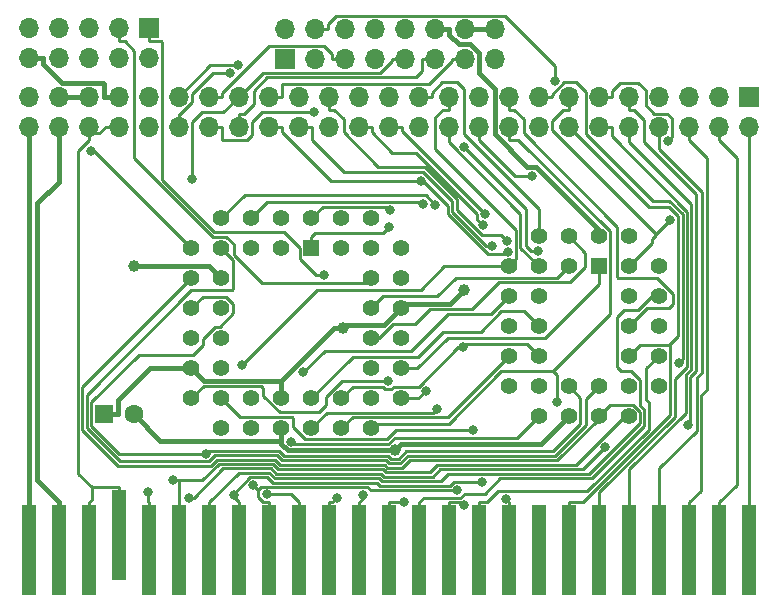
<source format=gbr>
G04 #@! TF.GenerationSoftware,KiCad,Pcbnew,5.1.5+dfsg1-2build2*
G04 #@! TF.CreationDate,2021-12-26T10:41:42+01:00*
G04 #@! TF.ProjectId,MSX USB Drive,4d535820-5553-4422-9044-726976652e6b,rev?*
G04 #@! TF.SameCoordinates,Original*
G04 #@! TF.FileFunction,Copper,L1,Top*
G04 #@! TF.FilePolarity,Positive*
%FSLAX46Y46*%
G04 Gerber Fmt 4.6, Leading zero omitted, Abs format (unit mm)*
G04 Created by KiCad (PCBNEW 5.1.5+dfsg1-2build2) date 2021-12-26 10:41:42*
%MOMM*%
%LPD*%
G04 APERTURE LIST*
%ADD10O,1.700000X1.700000*%
%ADD11R,1.700000X1.700000*%
%ADD12C,1.600000*%
%ADD13R,1.600000X1.600000*%
%ADD14C,1.422400*%
%ADD15R,1.422400X1.422400*%
%ADD16C,1.397000*%
%ADD17R,1.397000X1.397000*%
%ADD18R,1.270000X7.620000*%
%ADD19C,1.000000*%
%ADD20C,0.800000*%
%ADD21C,0.400000*%
%ADD22C,0.250000*%
G04 APERTURE END LIST*
D10*
X614616000Y702437000D03*
X614616000Y704977000D03*
X617156000Y702437000D03*
X617156000Y704977000D03*
X619696000Y702437000D03*
X619696000Y704977000D03*
X622236000Y702437000D03*
X622236000Y704977000D03*
X624776000Y702437000D03*
X624776000Y704977000D03*
X627316000Y702437000D03*
X627316000Y704977000D03*
X629856000Y702437000D03*
X629856000Y704977000D03*
X632396000Y702437000D03*
X632396000Y704977000D03*
X634936000Y702437000D03*
X634936000Y704977000D03*
X637476000Y702437000D03*
X637476000Y704977000D03*
X640016000Y702437000D03*
X640016000Y704977000D03*
X642556000Y702437000D03*
X642556000Y704977000D03*
X645096000Y702437000D03*
X645096000Y704977000D03*
X647636000Y702437000D03*
X647636000Y704977000D03*
X650176000Y702437000D03*
X650176000Y704977000D03*
X652716000Y702437000D03*
X652716000Y704977000D03*
X655256000Y702437000D03*
X655256000Y704977000D03*
X657796000Y702437000D03*
X657796000Y704977000D03*
X660336000Y702437000D03*
X660336000Y704977000D03*
X662876000Y702437000D03*
X662876000Y704977000D03*
X665416000Y702437000D03*
X665416000Y704977000D03*
X667956000Y702437000D03*
X667956000Y704977000D03*
X670496000Y702437000D03*
X670496000Y704977000D03*
X673036000Y702437000D03*
X673036000Y704977000D03*
X675576000Y702437000D03*
D11*
X675576000Y704977000D03*
D12*
X623530000Y678116000D03*
D13*
X621030000Y678116000D03*
D14*
X667956000Y690626000D03*
X667956000Y688086000D03*
X667956000Y685546000D03*
X667956000Y683006000D03*
X665416000Y688086000D03*
X665416000Y685546000D03*
X665416000Y683006000D03*
X665416000Y680466000D03*
X665416000Y677926000D03*
X662876000Y677926000D03*
X660336000Y677926000D03*
X657796000Y677926000D03*
X667956000Y680466000D03*
X662876000Y680466000D03*
X660336000Y680466000D03*
X657796000Y680466000D03*
X655256000Y680466000D03*
X655256000Y683006000D03*
X655256000Y685546000D03*
X655256000Y688086000D03*
X655256000Y690626000D03*
X657796000Y683006000D03*
X657796000Y685546000D03*
X657796000Y688086000D03*
X657796000Y690626000D03*
X665416000Y693166000D03*
X662876000Y693166000D03*
X657796000Y693166000D03*
X660336000Y693166000D03*
X665416000Y690626000D03*
X660336000Y690626000D03*
D15*
X662876000Y690626000D03*
D16*
X638556000Y694690000D03*
X641096000Y692150000D03*
X641096000Y694690000D03*
X643636000Y692150000D03*
X643636000Y694690000D03*
X646176000Y692150000D03*
X643636000Y689610000D03*
X646176000Y689610000D03*
X643636000Y687070000D03*
X646176000Y687070000D03*
X643636000Y684530000D03*
X646176000Y684530000D03*
X643636000Y681990000D03*
X646176000Y681990000D03*
X643636000Y679450000D03*
X646176000Y679450000D03*
X643636000Y676910000D03*
X641096000Y679450000D03*
X641096000Y676910000D03*
X638556000Y679450000D03*
X638556000Y676910000D03*
X636016000Y679450000D03*
X636016000Y676910000D03*
X633476000Y679450000D03*
X633476000Y676910000D03*
X630936000Y679450000D03*
X630936000Y676910000D03*
X628396000Y679450000D03*
X630936000Y681990000D03*
X628396000Y681990000D03*
X630936000Y684530000D03*
X628396000Y684530000D03*
X630936000Y687070000D03*
X628396000Y687070000D03*
X630936000Y689610000D03*
X628396000Y689610000D03*
X630936000Y692150000D03*
X628396000Y692150000D03*
X630936000Y694690000D03*
X633476000Y692150000D03*
X633476000Y694690000D03*
X636016000Y692150000D03*
X636016000Y694690000D03*
D17*
X638556000Y692150000D03*
D11*
X636334000Y708152000D03*
D10*
X636334000Y710692000D03*
X638874000Y708152000D03*
X638874000Y710692000D03*
X641414000Y708152000D03*
X641414000Y710692000D03*
X643954000Y708152000D03*
X643954000Y710692000D03*
X646494000Y708152000D03*
X646494000Y710692000D03*
X649034000Y708152000D03*
X649034000Y710692000D03*
X651574000Y708152000D03*
X651574000Y710692000D03*
X654114000Y708152000D03*
X654114000Y710692000D03*
D11*
X624840000Y710756000D03*
D10*
X624840000Y708216000D03*
X622300000Y710756000D03*
X622300000Y708216000D03*
X619760000Y710756000D03*
X619760000Y708216000D03*
X617220000Y710756000D03*
X617220000Y708216000D03*
X614680000Y710756000D03*
X614680000Y708216000D03*
D18*
X617220000Y666560000D03*
X614680000Y666560000D03*
X665480000Y666560000D03*
X675640000Y666560000D03*
X668020000Y666560000D03*
X662940000Y666560000D03*
X660400000Y666560000D03*
X657860000Y666560000D03*
X670560000Y666560000D03*
X673100000Y666560000D03*
X642620000Y666560000D03*
X640080000Y666560000D03*
X637540000Y666560000D03*
X650240000Y666560000D03*
X647700000Y666560000D03*
X652780000Y666560000D03*
X645160000Y666560000D03*
X655320000Y666560000D03*
X624840000Y666560000D03*
X635000000Y666560000D03*
X632460000Y666560000D03*
X629920000Y666560000D03*
X627380000Y666560000D03*
X622300000Y667830000D03*
X619760000Y666560000D03*
D19*
X651489000Y688653000D03*
X641228000Y685377000D03*
X645632000Y675067000D03*
X623530000Y690677000D03*
D20*
X648027000Y695907000D03*
X668729000Y701232000D03*
X668956000Y694534000D03*
X651497000Y700734000D03*
X657708000Y691896000D03*
X632682000Y682297000D03*
X645063000Y680872000D03*
X655103000Y692795000D03*
X649168000Y678537000D03*
X637888000Y681664000D03*
X636864000Y675759000D03*
X628452000Y698039000D03*
X629598000Y674764000D03*
X663459000Y675351000D03*
X628235000Y670990000D03*
X632375000Y707649000D03*
X626876000Y672490000D03*
X631677000Y706997000D03*
X638814000Y703712000D03*
X652987000Y672370000D03*
X631980000Y671253000D03*
X647868000Y697818000D03*
X655200000Y691867000D03*
X633649000Y672101000D03*
X650886000Y671653000D03*
X653895000Y692320000D03*
X634823000Y671311000D03*
X640745000Y671025000D03*
X642932000Y671232000D03*
X653068000Y694086000D03*
X651423000Y683756000D03*
X653284000Y695014000D03*
X648229000Y680050000D03*
X646384000Y670622000D03*
X652277000Y676802000D03*
X651502000Y670420000D03*
X657220000Y698286000D03*
X659320000Y679099000D03*
X655028000Y670914000D03*
X645129000Y693941000D03*
X659192000Y706336000D03*
X649057000Y695847000D03*
X639638000Y689896000D03*
X619940000Y700367000D03*
X669696000Y682470000D03*
X645197000Y695388000D03*
X670428000Y677176000D03*
X624765000Y671472000D03*
D21*
X649034000Y710692000D02*
X650235000Y710692000D01*
X662876000Y693166000D02*
X662876000Y693690000D01*
X662876000Y693690000D02*
X657552000Y699014000D01*
X657552000Y699014000D02*
X656853000Y699014000D01*
X656853000Y699014000D02*
X654078000Y701789000D01*
X654078000Y701789000D02*
X654078000Y705671000D01*
X654078000Y705671000D02*
X652764000Y706985000D01*
X652764000Y706985000D02*
X652764000Y708671000D01*
X652764000Y708671000D02*
X652030000Y709405000D01*
X652030000Y709405000D02*
X651023000Y709405000D01*
X651023000Y709405000D02*
X650235000Y710193000D01*
X650235000Y710193000D02*
X650235000Y710692000D01*
X646176000Y687070000D02*
X646556000Y687450000D01*
X646556000Y687450000D02*
X650286000Y687450000D01*
X650286000Y687450000D02*
X651489000Y688653000D01*
X641228000Y685377000D02*
X641463000Y685612000D01*
X641463000Y685612000D02*
X644718000Y685612000D01*
X644718000Y685612000D02*
X646176000Y687070000D01*
X641228000Y685377000D02*
X640453000Y685377000D01*
X640453000Y685377000D02*
X636016000Y680940000D01*
X636016000Y679450000D02*
X636016000Y680940000D01*
X636016000Y680940000D02*
X629446000Y680940000D01*
X629446000Y680940000D02*
X628396000Y681990000D01*
X628396000Y681990000D02*
X624904000Y681990000D01*
X624904000Y681990000D02*
X622181000Y679267000D01*
X622181000Y679267000D02*
X622181000Y678116000D01*
X621030000Y678116000D02*
X622181000Y678116000D01*
X619696000Y704977000D02*
X617156000Y704977000D01*
X660336000Y677926000D02*
X657995000Y675585000D01*
X657995000Y675585000D02*
X646150000Y675585000D01*
X646150000Y675585000D02*
X645632000Y675067000D01*
X645632000Y675067000D02*
X645591000Y675026000D01*
X645591000Y675026000D02*
X636551000Y675026000D01*
X636551000Y675026000D02*
X636016000Y675561000D01*
X636016000Y675561000D02*
X636016000Y675861000D01*
X636016000Y675861000D02*
X625785000Y675861000D01*
X625785000Y675861000D02*
X623530000Y678116000D01*
X636016000Y675861000D02*
X636016000Y676910000D01*
X630936000Y689610000D02*
X629869000Y690677000D01*
X629869000Y690677000D02*
X623530000Y690677000D01*
X614680000Y708216000D02*
X615881000Y708216000D01*
X622236000Y704977000D02*
X621035000Y704977000D01*
X621035000Y704977000D02*
X621035000Y706062000D01*
X621035000Y706062000D02*
X620919000Y706178000D01*
X620919000Y706178000D02*
X617420000Y706178000D01*
X617420000Y706178000D02*
X615881000Y707717000D01*
X615881000Y707717000D02*
X615881000Y708216000D01*
X654114000Y710692000D02*
X651574000Y710692000D01*
D22*
X633476000Y694690000D02*
X634833000Y696047000D01*
X634833000Y696047000D02*
X647887000Y696047000D01*
X647887000Y696047000D02*
X648027000Y695907000D01*
X668729000Y701232000D02*
X669059000Y701562000D01*
X669059000Y701562000D02*
X669059000Y703160000D01*
X669059000Y703160000D02*
X668679000Y703540000D01*
X668679000Y703540000D02*
X667567000Y703540000D01*
X667567000Y703540000D02*
X666853000Y704254000D01*
X666853000Y704254000D02*
X666853000Y705554000D01*
X666853000Y705554000D02*
X666248000Y706159000D01*
X666248000Y706159000D02*
X664702000Y706159000D01*
X664702000Y706159000D02*
X663978000Y705435000D01*
X663978000Y705435000D02*
X663978000Y704977000D01*
X662876000Y704977000D02*
X663978000Y704977000D01*
X667740500Y693318500D02*
X658932000Y702127000D01*
X658932000Y702127000D02*
X658932000Y702929000D01*
X658932000Y702929000D02*
X659878000Y703875000D01*
X659878000Y703875000D02*
X660336000Y703875000D01*
X665416000Y690626000D02*
X667364000Y692574000D01*
X667364000Y692574000D02*
X667364000Y692894000D01*
X667364000Y692894000D02*
X667741000Y693271000D01*
X667741000Y693271000D02*
X667741000Y693318000D01*
X667741000Y693318000D02*
X667740500Y693318500D01*
X667740500Y693318500D02*
X668956000Y694534000D01*
X660336000Y704977000D02*
X660336000Y703875000D01*
X655256000Y704977000D02*
X655256000Y703875000D01*
X665416000Y685546000D02*
X666965000Y687095000D01*
X666965000Y687095000D02*
X668848000Y687095000D01*
X668848000Y687095000D02*
X669210000Y687457000D01*
X669210000Y687457000D02*
X669210000Y688253000D01*
X669210000Y688253000D02*
X667819000Y689644000D01*
X667819000Y689644000D02*
X664524000Y689644000D01*
X664524000Y689644000D02*
X664452000Y689716000D01*
X664452000Y689716000D02*
X664452000Y693955000D01*
X664452000Y693955000D02*
X656526000Y701881000D01*
X656526000Y701881000D02*
X656526000Y703063000D01*
X656526000Y703063000D02*
X655714000Y703875000D01*
X655714000Y703875000D02*
X655256000Y703875000D01*
X651497000Y700734000D02*
X656724000Y695507000D01*
X656724000Y695507000D02*
X656724000Y692327000D01*
X656724000Y692327000D02*
X657155000Y691896000D01*
X657155000Y691896000D02*
X657708000Y691896000D01*
X650176000Y703875000D02*
X649718000Y703875000D01*
X649718000Y703875000D02*
X649070000Y703227000D01*
X649070000Y703227000D02*
X649070000Y700518000D01*
X649070000Y700518000D02*
X655853000Y693735000D01*
X655853000Y693735000D02*
X655853000Y691223000D01*
X655853000Y691223000D02*
X655256000Y690626000D01*
X650176000Y704977000D02*
X650176000Y703875000D01*
X632682000Y682297000D02*
X639038000Y688653000D01*
X639038000Y688653000D02*
X647840000Y688653000D01*
X647840000Y688653000D02*
X649813000Y690626000D01*
X649813000Y690626000D02*
X655256000Y690626000D01*
X647636000Y704977000D02*
X648738000Y704977000D01*
X657796000Y693166000D02*
X657796000Y695430000D01*
X657796000Y695430000D02*
X651446000Y701780000D01*
X651446000Y701780000D02*
X651446000Y705617000D01*
X651446000Y705617000D02*
X650874000Y706189000D01*
X650874000Y706189000D02*
X649598000Y706189000D01*
X649598000Y706189000D02*
X648738000Y705329000D01*
X648738000Y705329000D02*
X648738000Y704977000D01*
X645063000Y680872000D02*
X641157000Y680872000D01*
X641157000Y680872000D02*
X639826000Y679541000D01*
X639826000Y679541000D02*
X639826000Y678854000D01*
X639826000Y678854000D02*
X639214000Y678242000D01*
X639214000Y678242000D02*
X635877000Y678242000D01*
X635877000Y678242000D02*
X634459000Y679660000D01*
X634459000Y679660000D02*
X634459000Y680330000D01*
X634459000Y680330000D02*
X634302000Y680487000D01*
X634302000Y680487000D02*
X629433000Y680487000D01*
X629433000Y680487000D02*
X628396000Y679450000D01*
X641096000Y676910000D02*
X642048000Y677862000D01*
X642048000Y677862000D02*
X650112000Y677862000D01*
X650112000Y677862000D02*
X655256000Y683006000D01*
X655103000Y692795000D02*
X654641000Y693257000D01*
X654641000Y693257000D02*
X652975000Y693257000D01*
X652975000Y693257000D02*
X650854000Y695378000D01*
X650854000Y695378000D02*
X650854000Y696289000D01*
X650854000Y696289000D02*
X648145000Y698998000D01*
X648145000Y698998000D02*
X644237000Y698998000D01*
X644237000Y698998000D02*
X641286000Y701949000D01*
X641286000Y701949000D02*
X641286000Y703063000D01*
X641286000Y703063000D02*
X640474000Y703875000D01*
X640474000Y703875000D02*
X640016000Y703875000D01*
X649168000Y678537000D02*
X648871000Y678240000D01*
X648871000Y678240000D02*
X639886000Y678240000D01*
X639886000Y678240000D02*
X638556000Y676910000D01*
X640016000Y704977000D02*
X640016000Y703875000D01*
X655256000Y688086000D02*
X653789000Y686619000D01*
X653789000Y686619000D02*
X650101000Y686619000D01*
X650101000Y686619000D02*
X646966000Y683484000D01*
X646966000Y683484000D02*
X639708000Y683484000D01*
X639708000Y683484000D02*
X637888000Y681664000D01*
X651574000Y708152000D02*
X650472000Y708152000D01*
X634936000Y704977000D02*
X636038000Y704977000D01*
X636038000Y704977000D02*
X636038000Y706007000D01*
X636038000Y706007000D02*
X636110000Y706079000D01*
X636110000Y706079000D02*
X648521000Y706079000D01*
X648521000Y706079000D02*
X650472000Y708030000D01*
X650472000Y708030000D02*
X650472000Y708152000D01*
X657796000Y677926000D02*
X655986000Y676116000D01*
X655986000Y676116000D02*
X645617000Y676116000D01*
X645617000Y676116000D02*
X645073000Y675572000D01*
X645073000Y675572000D02*
X637051000Y675572000D01*
X637051000Y675572000D02*
X636864000Y675759000D01*
X628452000Y698039000D02*
X628452000Y702859000D01*
X628452000Y702859000D02*
X629287000Y703694000D01*
X629287000Y703694000D02*
X631113000Y703694000D01*
X631113000Y703694000D02*
X632396000Y704977000D01*
X660336000Y680466000D02*
X661340000Y679462000D01*
X661340000Y679462000D02*
X661340000Y677258000D01*
X661340000Y677258000D02*
X659026000Y674944000D01*
X659026000Y674944000D02*
X646574000Y674944000D01*
X646574000Y674944000D02*
X645945000Y674315000D01*
X645945000Y674315000D02*
X645320000Y674315000D01*
X645320000Y674315000D02*
X645068000Y674567000D01*
X645068000Y674567000D02*
X636228000Y674567000D01*
X636228000Y674567000D02*
X635780000Y675015000D01*
X635780000Y675015000D02*
X629849000Y675015000D01*
X629849000Y675015000D02*
X629598000Y674764000D01*
X629598000Y674764000D02*
X622263000Y674764000D01*
X622263000Y674764000D02*
X619939000Y677088000D01*
X619939000Y677088000D02*
X619939000Y679123000D01*
X619939000Y679123000D02*
X623952000Y683136000D01*
X623952000Y683136000D02*
X628526000Y683136000D01*
X628526000Y683136000D02*
X629348000Y683958000D01*
X629348000Y683958000D02*
X629348000Y684466000D01*
X629348000Y684466000D02*
X630364000Y685482000D01*
X630364000Y685482000D02*
X630811000Y685482000D01*
X630811000Y685482000D02*
X631960000Y686631000D01*
X631960000Y686631000D02*
X631960000Y687407000D01*
X631960000Y687407000D02*
X631328000Y688039000D01*
X631328000Y688039000D02*
X629365000Y688039000D01*
X629365000Y688039000D02*
X628396000Y687070000D01*
X645392000Y708152000D02*
X645392000Y708030000D01*
X645392000Y708030000D02*
X644383000Y707021000D01*
X644383000Y707021000D02*
X634440000Y707021000D01*
X634440000Y707021000D02*
X632396000Y704977000D01*
X646494000Y708152000D02*
X645392000Y708152000D01*
X662876000Y680466000D02*
X661790000Y679380000D01*
X661790000Y679380000D02*
X661790000Y677175000D01*
X661790000Y677175000D02*
X659182000Y674567000D01*
X659182000Y674567000D02*
X646731000Y674567000D01*
X646731000Y674567000D02*
X646102000Y673938000D01*
X646102000Y673938000D02*
X645163000Y673938000D01*
X645163000Y673938000D02*
X644911000Y674190000D01*
X644911000Y674190000D02*
X636071000Y674190000D01*
X636071000Y674190000D02*
X635623000Y674638000D01*
X635623000Y674638000D02*
X630395000Y674638000D01*
X630395000Y674638000D02*
X629869000Y674112000D01*
X629869000Y674112000D02*
X622369000Y674112000D01*
X622369000Y674112000D02*
X619535000Y676946000D01*
X619535000Y676946000D02*
X619535000Y679762000D01*
X619535000Y679762000D02*
X628406000Y688633000D01*
X628406000Y688633000D02*
X631863000Y688633000D01*
X631863000Y688633000D02*
X631935000Y688705000D01*
X631935000Y688705000D02*
X631935000Y691151000D01*
X631935000Y691151000D02*
X630936000Y692150000D01*
X641414000Y708152000D02*
X640312000Y708152000D01*
X629856000Y704977000D02*
X630958000Y704977000D01*
X630958000Y704977000D02*
X630958000Y705263000D01*
X630958000Y705263000D02*
X634949000Y709254000D01*
X634949000Y709254000D02*
X639668000Y709254000D01*
X639668000Y709254000D02*
X640312000Y708610000D01*
X640312000Y708610000D02*
X640312000Y708152000D01*
X663459000Y675351000D02*
X661544000Y673436000D01*
X661544000Y673436000D02*
X649453000Y673436000D01*
X649453000Y673436000D02*
X648824000Y672807000D01*
X648824000Y672807000D02*
X644692000Y672807000D01*
X644692000Y672807000D02*
X644440000Y673059000D01*
X644440000Y673059000D02*
X635600000Y673059000D01*
X635600000Y673059000D02*
X635152000Y673507000D01*
X635152000Y673507000D02*
X631120000Y673507000D01*
X631120000Y673507000D02*
X628603000Y670990000D01*
X628603000Y670990000D02*
X628235000Y670990000D01*
X627316000Y704977000D02*
X629988000Y707649000D01*
X629988000Y707649000D02*
X632375000Y707649000D01*
X665416000Y677926000D02*
X665112000Y677926000D01*
X665112000Y677926000D02*
X660999000Y673813000D01*
X660999000Y673813000D02*
X649193000Y673813000D01*
X649193000Y673813000D02*
X648564000Y673184000D01*
X648564000Y673184000D02*
X644849000Y673184000D01*
X644849000Y673184000D02*
X644597000Y673436000D01*
X644597000Y673436000D02*
X635757000Y673436000D01*
X635757000Y673436000D02*
X635309000Y673884000D01*
X635309000Y673884000D02*
X630709000Y673884000D01*
X630709000Y673884000D02*
X629315000Y672490000D01*
X629315000Y672490000D02*
X627380000Y672490000D01*
X627380000Y672490000D02*
X626876000Y672490000D01*
X627380000Y672490000D02*
X627380000Y666560000D01*
X627316000Y702988000D02*
X627316000Y702437000D01*
X627316000Y702988000D02*
X627316000Y703539000D01*
X627316000Y703539000D02*
X627438000Y703539000D01*
X627438000Y703539000D02*
X628452000Y704553000D01*
X628452000Y704553000D02*
X628452000Y705195000D01*
X628452000Y705195000D02*
X630254000Y706997000D01*
X630254000Y706997000D02*
X631677000Y706997000D01*
X662876000Y677926000D02*
X663839000Y678889000D01*
X663839000Y678889000D02*
X665815000Y678889000D01*
X665815000Y678889000D02*
X666379000Y678325000D01*
X666379000Y678325000D02*
X666379000Y677346000D01*
X666379000Y677346000D02*
X662092000Y673059000D01*
X662092000Y673059000D02*
X650132000Y673059000D01*
X650132000Y673059000D02*
X649503000Y672430000D01*
X649503000Y672430000D02*
X644535000Y672430000D01*
X644535000Y672430000D02*
X644283000Y672682000D01*
X644283000Y672682000D02*
X635443000Y672682000D01*
X635443000Y672682000D02*
X634995000Y673130000D01*
X634995000Y673130000D02*
X632428000Y673130000D01*
X632428000Y673130000D02*
X629920000Y670622000D01*
X662876000Y677926000D02*
X662876000Y677727000D01*
X662876000Y677727000D02*
X659339000Y674190000D01*
X659339000Y674190000D02*
X646888000Y674190000D01*
X646888000Y674190000D02*
X646259000Y673561000D01*
X646259000Y673561000D02*
X645006000Y673561000D01*
X645006000Y673561000D02*
X644754000Y673813000D01*
X644754000Y673813000D02*
X635914000Y673813000D01*
X635914000Y673813000D02*
X635466000Y674261000D01*
X635466000Y674261000D02*
X630552000Y674261000D01*
X630552000Y674261000D02*
X630026000Y673735000D01*
X630026000Y673735000D02*
X622212000Y673735000D01*
X622212000Y673735000D02*
X619158000Y676789000D01*
X619158000Y676789000D02*
X619158000Y680372000D01*
X619158000Y680372000D02*
X628396000Y689610000D01*
X629920000Y666560000D02*
X629920000Y670622000D01*
X630958000Y702437000D02*
X630958000Y701407000D01*
X630958000Y701407000D02*
X631030000Y701335000D01*
X631030000Y701335000D02*
X633120000Y701335000D01*
X633120000Y701335000D02*
X633499000Y701714000D01*
X633499000Y701714000D02*
X633499000Y702826000D01*
X633499000Y702826000D02*
X634385000Y703712000D01*
X634385000Y703712000D02*
X638814000Y703712000D01*
X629856000Y702437000D02*
X630958000Y702437000D01*
X652987000Y672370000D02*
X650605000Y672370000D01*
X650605000Y672370000D02*
X650288000Y672053000D01*
X650288000Y672053000D02*
X644378000Y672053000D01*
X644378000Y672053000D02*
X644126000Y672305000D01*
X644126000Y672305000D02*
X635286000Y672305000D01*
X635286000Y672305000D02*
X634838000Y672753000D01*
X634838000Y672753000D02*
X633379000Y672753000D01*
X633379000Y672753000D02*
X631980000Y671354000D01*
X631980000Y671354000D02*
X631980000Y671253000D01*
X632460000Y670622000D02*
X631980000Y671102000D01*
X631980000Y671102000D02*
X631980000Y671253000D01*
X647932000Y708152000D02*
X647932000Y707122000D01*
X647932000Y707122000D02*
X647453000Y706643000D01*
X647453000Y706643000D02*
X634820000Y706643000D01*
X634820000Y706643000D02*
X633666000Y705489000D01*
X633666000Y705489000D02*
X633666000Y704351000D01*
X633666000Y704351000D02*
X632854000Y703539000D01*
X632854000Y703539000D02*
X632396000Y703539000D01*
X632460000Y666560000D02*
X632460000Y670622000D01*
X632396000Y702437000D02*
X632396000Y703539000D01*
X649034000Y708152000D02*
X647932000Y708152000D01*
X647868000Y697818000D02*
X648024000Y697818000D01*
X648024000Y697818000D02*
X650100000Y695742000D01*
X650100000Y695742000D02*
X650100000Y695064000D01*
X650100000Y695064000D02*
X653497000Y691667000D01*
X653497000Y691667000D02*
X655000000Y691667000D01*
X655000000Y691667000D02*
X655200000Y691867000D01*
X636038000Y702437000D02*
X636038000Y701979000D01*
X636038000Y701979000D02*
X640199000Y697818000D01*
X640199000Y697818000D02*
X647868000Y697818000D01*
X634034000Y671716000D02*
X633649000Y672101000D01*
X650886000Y671653000D02*
X643579000Y671653000D01*
X643579000Y671653000D02*
X643304000Y671928000D01*
X643304000Y671928000D02*
X635129000Y671928000D01*
X635129000Y671928000D02*
X635094000Y671963000D01*
X635094000Y671963000D02*
X634281000Y671963000D01*
X634281000Y671963000D02*
X634034000Y671716000D01*
X634034000Y671716000D02*
X634034000Y671079000D01*
X634034000Y671079000D02*
X634491000Y670622000D01*
X634491000Y670622000D02*
X635000000Y670622000D01*
X634936000Y702437000D02*
X636038000Y702437000D01*
X635000000Y666560000D02*
X635000000Y670622000D01*
X653895000Y692320000D02*
X653378000Y692320000D01*
X653378000Y692320000D02*
X650477000Y695221000D01*
X650477000Y695221000D02*
X650477000Y696132000D01*
X650477000Y696132000D02*
X647988000Y698621000D01*
X647988000Y698621000D02*
X641292000Y698621000D01*
X641292000Y698621000D02*
X638578000Y701335000D01*
X638578000Y701335000D02*
X638578000Y702437000D01*
X637476000Y702437000D02*
X638578000Y702437000D01*
X637540000Y666560000D02*
X637540000Y670622000D01*
X637540000Y670622000D02*
X636851000Y671311000D01*
X636851000Y671311000D02*
X634823000Y671311000D01*
X638556000Y679450000D02*
X642048000Y682942000D01*
X642048000Y682942000D02*
X647589000Y682942000D01*
X647589000Y682942000D02*
X649738000Y685091000D01*
X649738000Y685091000D02*
X652927000Y685091000D01*
X652927000Y685091000D02*
X654652000Y686816000D01*
X654652000Y686816000D02*
X656526000Y686816000D01*
X656526000Y686816000D02*
X657796000Y685546000D01*
X640080000Y670622000D02*
X640342000Y670622000D01*
X640342000Y670622000D02*
X640745000Y671025000D01*
X640080000Y666560000D02*
X640080000Y670622000D01*
X653068000Y694086000D02*
X652589000Y694565000D01*
X652589000Y694565000D02*
X652589000Y695088000D01*
X652589000Y695088000D02*
X647458000Y700219000D01*
X647458000Y700219000D02*
X645418000Y700219000D01*
X645418000Y700219000D02*
X643658000Y701979000D01*
X643658000Y701979000D02*
X643658000Y702437000D01*
X651423000Y683756000D02*
X651013000Y683756000D01*
X651013000Y683756000D02*
X647676000Y680419000D01*
X647676000Y680419000D02*
X645533000Y680419000D01*
X645533000Y680419000D02*
X645334000Y680220000D01*
X645334000Y680220000D02*
X644793000Y680220000D01*
X644793000Y680220000D02*
X644594000Y680419000D01*
X644594000Y680419000D02*
X642065000Y680419000D01*
X642065000Y680419000D02*
X641096000Y679450000D01*
X642620000Y666560000D02*
X642620000Y670622000D01*
X642620000Y670622000D02*
X642932000Y670934000D01*
X642932000Y670934000D02*
X642932000Y671232000D01*
X657796000Y683006000D02*
X656803000Y683999000D01*
X656803000Y683999000D02*
X651666000Y683999000D01*
X651666000Y683999000D02*
X651423000Y683756000D01*
X642556000Y702437000D02*
X643658000Y702437000D01*
X646198000Y702437000D02*
X646198000Y702100000D01*
X646198000Y702100000D02*
X653284000Y695014000D01*
X645160000Y670622000D02*
X646384000Y670622000D01*
X645096000Y702437000D02*
X646198000Y702437000D01*
X646176000Y679450000D02*
X647629000Y679450000D01*
X647629000Y679450000D02*
X648229000Y680050000D01*
X645160000Y666560000D02*
X645160000Y670622000D01*
X667956000Y688086000D02*
X667422000Y688086000D01*
X667422000Y688086000D02*
X666242000Y686906000D01*
X666242000Y686906000D02*
X665020000Y686906000D01*
X665020000Y686906000D02*
X664434000Y686320000D01*
X664434000Y686320000D02*
X664434000Y682096000D01*
X664434000Y682096000D02*
X664794000Y681736000D01*
X664794000Y681736000D02*
X665637000Y681736000D01*
X665637000Y681736000D02*
X666380000Y680993000D01*
X666380000Y680993000D02*
X666380000Y678858000D01*
X666380000Y678858000D02*
X666756000Y678482000D01*
X666756000Y678482000D02*
X666756000Y677132000D01*
X666756000Y677132000D02*
X662306000Y672682000D01*
X662306000Y672682000D02*
X654562000Y672682000D01*
X654562000Y672682000D02*
X653257000Y671377000D01*
X653257000Y671377000D02*
X651534000Y671377000D01*
X651534000Y671377000D02*
X651157000Y671000000D01*
X651157000Y671000000D02*
X648078000Y671000000D01*
X648078000Y671000000D02*
X647700000Y670622000D01*
X647700000Y666560000D02*
X647700000Y670622000D01*
X650176000Y702437000D02*
X650176000Y701133000D01*
X650176000Y701133000D02*
X656230000Y695079000D01*
X656230000Y695079000D02*
X656230000Y692192000D01*
X656230000Y692192000D02*
X657796000Y690626000D01*
X630936000Y679450000D02*
X632522000Y677864000D01*
X632522000Y677864000D02*
X636896000Y677864000D01*
X636896000Y677864000D02*
X636968000Y677792000D01*
X636968000Y677792000D02*
X636968000Y677048000D01*
X636968000Y677048000D02*
X638058000Y675958000D01*
X638058000Y675958000D02*
X644925000Y675958000D01*
X644925000Y675958000D02*
X645769000Y676802000D01*
X645769000Y676802000D02*
X652277000Y676802000D01*
X650240000Y670622000D02*
X651300000Y670622000D01*
X651300000Y670622000D02*
X651502000Y670420000D01*
X650240000Y666560000D02*
X650240000Y670622000D01*
X652780000Y666560000D02*
X652780000Y670622000D01*
X652780000Y670622000D02*
X653451000Y670622000D01*
X653451000Y670622000D02*
X654396000Y671567000D01*
X654396000Y671567000D02*
X661935000Y671567000D01*
X661935000Y671567000D02*
X667134000Y676766000D01*
X667134000Y676766000D02*
X667134000Y679092000D01*
X667134000Y679092000D02*
X666928000Y679298000D01*
X666928000Y679298000D02*
X666928000Y681978000D01*
X666928000Y681978000D02*
X667956000Y683006000D01*
X652716000Y701335000D02*
X655765000Y698286000D01*
X655765000Y698286000D02*
X657220000Y698286000D01*
X652716000Y702437000D02*
X652716000Y701335000D01*
X643636000Y676910000D02*
X644023000Y677297000D01*
X644023000Y677297000D02*
X650213000Y677297000D01*
X650213000Y677297000D02*
X654643000Y681727000D01*
X654643000Y681727000D02*
X659022000Y681727000D01*
X659022000Y681727000D02*
X663840000Y686545000D01*
X663840000Y686545000D02*
X663840000Y693567000D01*
X663840000Y693567000D02*
X656072000Y701335000D01*
X656072000Y701335000D02*
X655256000Y701335000D01*
X659022000Y681727000D02*
X659320000Y681429000D01*
X659320000Y681429000D02*
X659320000Y679099000D01*
X655256000Y702437000D02*
X655256000Y701335000D01*
X655320000Y670622000D02*
X655028000Y670914000D01*
X655320000Y666560000D02*
X655320000Y670622000D01*
X660400000Y670622000D02*
X661525000Y670622000D01*
X661525000Y670622000D02*
X668920000Y678017000D01*
X668920000Y678017000D02*
X668920000Y683900000D01*
X668920000Y683900000D02*
X668848000Y683972000D01*
X638556000Y693100000D02*
X638876000Y693420000D01*
X638876000Y693420000D02*
X644608000Y693420000D01*
X644608000Y693420000D02*
X645129000Y693941000D01*
X660336000Y702437000D02*
X667130000Y695643000D01*
X667130000Y695643000D02*
X668818000Y695643000D01*
X668818000Y695643000D02*
X669609000Y694852000D01*
X669609000Y694852000D02*
X669609000Y684733000D01*
X669609000Y684733000D02*
X668848000Y683972000D01*
X668848000Y683972000D02*
X666382000Y683972000D01*
X666382000Y683972000D02*
X665416000Y683006000D01*
X660400000Y666560000D02*
X660400000Y670622000D01*
X638556000Y692150000D02*
X638556000Y693100000D01*
X639425000Y710692000D02*
X639976000Y710692000D01*
X638874000Y710692000D02*
X639130000Y710692000D01*
X639425000Y710692000D02*
X639130000Y710692000D01*
X639976000Y710692000D02*
X639976000Y711150000D01*
X639976000Y711150000D02*
X640628000Y711802000D01*
X640628000Y711802000D02*
X654978000Y711802000D01*
X654978000Y711802000D02*
X659192000Y707588000D01*
X659192000Y707588000D02*
X659192000Y706336000D01*
X649057000Y695847000D02*
X648243000Y696661000D01*
X648243000Y696661000D02*
X632907000Y696661000D01*
X632907000Y696661000D02*
X630936000Y694690000D01*
X665416000Y702437000D02*
X665416000Y701183000D01*
X665416000Y701183000D02*
X670740000Y695859000D01*
X670740000Y695859000D02*
X670740000Y681933000D01*
X670740000Y681933000D02*
X670238000Y681431000D01*
X670238000Y681431000D02*
X670238000Y678220000D01*
X670238000Y678220000D02*
X665480000Y673462000D01*
X665480000Y673462000D02*
X665480000Y666560000D01*
X673036000Y702437000D02*
X673036000Y701335000D01*
X673100000Y666560000D02*
X673100000Y670622000D01*
X673100000Y670622000D02*
X674623000Y672145000D01*
X674623000Y672145000D02*
X674623000Y699748000D01*
X674623000Y699748000D02*
X673036000Y701335000D01*
X624840000Y709654000D02*
X625870000Y709654000D01*
X625870000Y709654000D02*
X625942000Y709582000D01*
X625942000Y709582000D02*
X625942000Y697968000D01*
X625942000Y697968000D02*
X630356000Y693554000D01*
X630356000Y693554000D02*
X636202000Y693554000D01*
X636202000Y693554000D02*
X637577000Y692179000D01*
X637577000Y692179000D02*
X637577000Y691270000D01*
X637577000Y691270000D02*
X638951000Y689896000D01*
X638951000Y689896000D02*
X639638000Y689896000D01*
X624840000Y710756000D02*
X624840000Y709654000D01*
X622300000Y709654000D02*
X622758000Y709654000D01*
X622758000Y709654000D02*
X623570000Y708842000D01*
X623570000Y708842000D02*
X623570000Y699806000D01*
X623570000Y699806000D02*
X630238000Y693138000D01*
X630238000Y693138000D02*
X631366000Y693138000D01*
X631366000Y693138000D02*
X632037000Y692467000D01*
X632037000Y692467000D02*
X632037000Y691584000D01*
X632037000Y691584000D02*
X634377000Y689244000D01*
X634377000Y689244000D02*
X643270000Y689244000D01*
X643270000Y689244000D02*
X643636000Y689610000D01*
X622300000Y710756000D02*
X622300000Y709654000D01*
X628396000Y692150000D02*
X620179000Y700367000D01*
X620179000Y700367000D02*
X619940000Y700367000D01*
X646176000Y681990000D02*
X647503000Y681990000D01*
X647503000Y681990000D02*
X650094000Y684581000D01*
X650094000Y684581000D02*
X658307000Y684581000D01*
X658307000Y684581000D02*
X662876000Y689150000D01*
X662876000Y689150000D02*
X662876000Y690626000D01*
X643636000Y687070000D02*
X644655000Y688089000D01*
X644655000Y688089000D02*
X649227000Y688089000D01*
X649227000Y688089000D02*
X650779000Y689641000D01*
X650779000Y689641000D02*
X659351000Y689641000D01*
X659351000Y689641000D02*
X660336000Y690626000D01*
X643636000Y684530000D02*
X644277000Y684530000D01*
X644277000Y684530000D02*
X645483000Y685736000D01*
X645483000Y685736000D02*
X647316000Y685736000D01*
X647316000Y685736000D02*
X648577000Y686997000D01*
X648577000Y686997000D02*
X652150000Y686997000D01*
X652150000Y686997000D02*
X654416000Y689263000D01*
X654416000Y689263000D02*
X660418000Y689263000D01*
X660418000Y689263000D02*
X661741000Y690586000D01*
X661741000Y690586000D02*
X661741000Y691761000D01*
X661741000Y691761000D02*
X660336000Y693166000D01*
X638556000Y694690000D02*
X639508000Y695642000D01*
X639508000Y695642000D02*
X644943000Y695642000D01*
X644943000Y695642000D02*
X645197000Y695388000D01*
X658898000Y704977000D02*
X658898000Y705108000D01*
X658898000Y705108000D02*
X659987000Y706197000D01*
X659987000Y706197000D02*
X660942000Y706197000D01*
X660942000Y706197000D02*
X661773000Y705366000D01*
X661773000Y705366000D02*
X661773000Y701826000D01*
X661773000Y701826000D02*
X667450000Y696149000D01*
X667450000Y696149000D02*
X668847000Y696149000D01*
X668847000Y696149000D02*
X669986000Y695010000D01*
X669986000Y695010000D02*
X669986000Y682760000D01*
X669986000Y682760000D02*
X669696000Y682470000D01*
X657796000Y704977000D02*
X658898000Y704977000D01*
D21*
X617156000Y702437000D02*
X617156000Y697775600D01*
X617220000Y666560000D02*
X617220000Y670622000D01*
X617220000Y670622000D02*
X615340400Y672501600D01*
X617156000Y697775600D02*
X615340400Y695960000D01*
X615340400Y695960000D02*
X615340400Y672501600D01*
X614616000Y702437000D02*
X614616000Y701335000D01*
X614680000Y666560000D02*
X614680000Y701271000D01*
D22*
X614680000Y701271000D02*
X614616000Y701335000D01*
X675576000Y702437000D02*
X675576000Y701335000D01*
X675640000Y666560000D02*
X675640000Y701271000D01*
X675640000Y701271000D02*
X675576000Y701335000D01*
X667956000Y702437000D02*
X667956000Y700580000D01*
X667956000Y700580000D02*
X671638000Y696898000D01*
X671638000Y696898000D02*
X671638000Y681661000D01*
X671638000Y681661000D02*
X671180000Y681203000D01*
X671180000Y681203000D02*
X671180000Y676697000D01*
X671180000Y676697000D02*
X668020000Y673537000D01*
X668020000Y673537000D02*
X668020000Y666560000D01*
X665416000Y703875000D02*
X665876000Y703875000D01*
X665876000Y703875000D02*
X666732000Y703019000D01*
X666732000Y703019000D02*
X666732000Y701147000D01*
X666732000Y701147000D02*
X671117000Y696762000D01*
X671117000Y696762000D02*
X671117000Y681776000D01*
X671117000Y681776000D02*
X670615000Y681274000D01*
X670615000Y681274000D02*
X670615000Y677363000D01*
X670615000Y677363000D02*
X670428000Y677176000D01*
X665416000Y704977000D02*
X665416000Y703875000D01*
X670496000Y702437000D02*
X670496000Y701335000D01*
X670560000Y666560000D02*
X670560000Y670622000D01*
X670560000Y670622000D02*
X671558000Y671620000D01*
X671558000Y671620000D02*
X671558000Y679686000D01*
X671558000Y679686000D02*
X672048000Y680176000D01*
X672048000Y680176000D02*
X672048000Y699783000D01*
X672048000Y699783000D02*
X670496000Y701335000D01*
X624840000Y670622000D02*
X624765000Y670697000D01*
X624765000Y670697000D02*
X624765000Y671472000D01*
X624840000Y666560000D02*
X624840000Y670622000D01*
X619696000Y701335000D02*
X618781000Y700420000D01*
X618781000Y700420000D02*
X618781000Y673075000D01*
X618781000Y673075000D02*
X619964000Y671892000D01*
X622236000Y702437000D02*
X621134000Y702437000D01*
X619696000Y701886000D02*
X620583000Y701886000D01*
X620583000Y701886000D02*
X621134000Y702437000D01*
X619696000Y701886000D02*
X619696000Y701335000D01*
X619696000Y702437000D02*
X619696000Y701886000D01*
X619760000Y670622000D02*
X619964000Y670826000D01*
X619964000Y670826000D02*
X619964000Y671892000D01*
X619964000Y671892000D02*
X622300000Y671892000D01*
X622300000Y667830000D02*
X622300000Y671892000D01*
X619760000Y666560000D02*
X619760000Y670622000D01*
X663978000Y702437000D02*
X663978000Y701637000D01*
X663978000Y701637000D02*
X670363000Y695252000D01*
X670363000Y695252000D02*
X670363000Y682090000D01*
X670363000Y682090000D02*
X669310000Y681037000D01*
X669310000Y681037000D02*
X669310000Y677873000D01*
X669310000Y677873000D02*
X662940000Y671503000D01*
X662940000Y671503000D02*
X662940000Y666560000D01*
X662876000Y702437000D02*
X663978000Y702437000D01*
M02*

</source>
